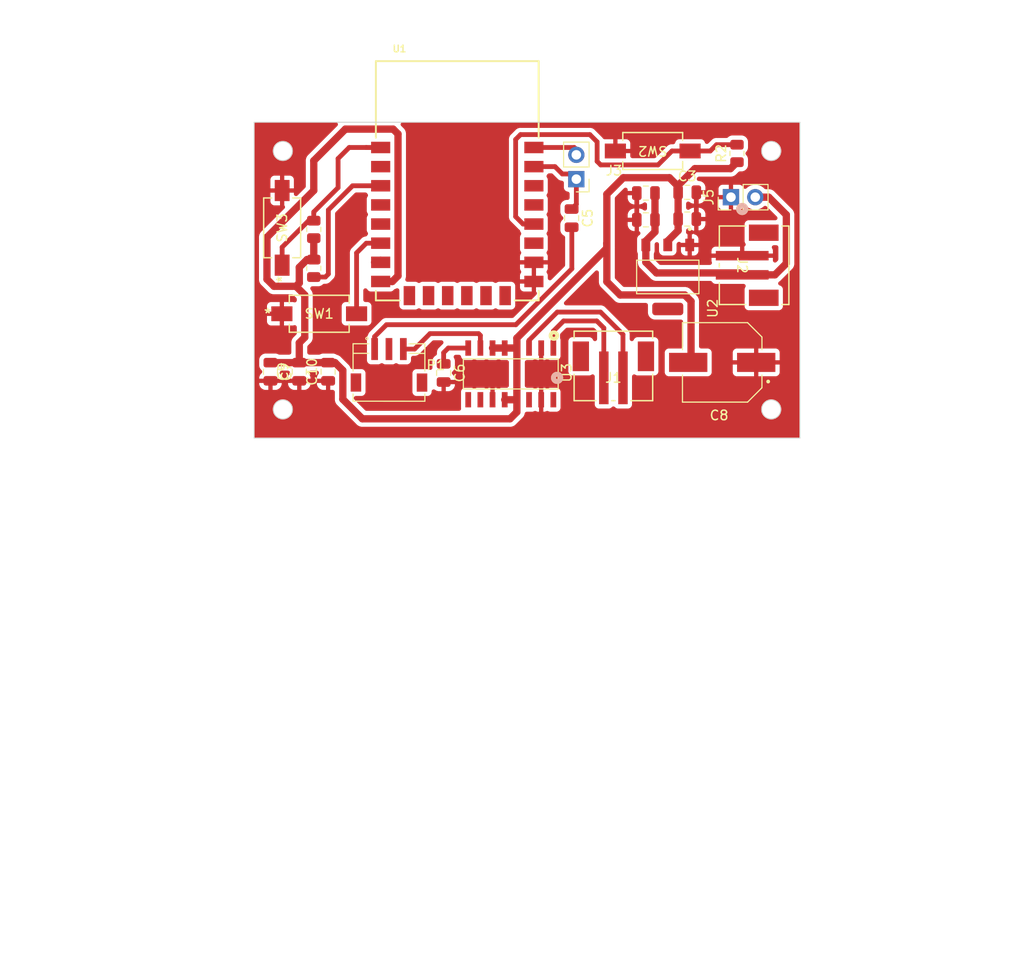
<source format=kicad_pcb>
(kicad_pcb (version 20221018) (generator pcbnew)
  (layers (0 "F.Cu" signal) (31 "B.Cu" signal) (34 "B.Paste" user) (35 "F.Paste" user) (36 "B.SilkS" user "B.Silkscreen") (37 "F.SilkS" user "F.Silkscreen") (38 "B.Mask" user) (39 "F.Mask" user) (44 "Edge.Cuts" user))
  (net 0 "")
  (net 1 "GND")
  (net 2 "VCC")
  (net 3 "/INL")
  (net 4 "Net-(J3-Pin_2)")
  (net 5 "/boot")
  (net 6 "Net-(U1-EN)")
  (net 14 "/VIN")
  (net 15 "Net-(C5-Pad2)")
  (net 16 "/RST")
  (net 17 "Net-(U3-VREF)")
  (net 18 "Net-(U3-+OUT_L)")
  (net 19 "Net-(U3--OUT_L)")
  (net 21 "Net-(U3-INL)")
  (net 27 "unconnected-(U1-GPIO13-Pad7)")
  (net 28 "unconnected-(U1-GPIO4-Pad19)")
  (net 30 "Net-(U1-GPIO12)")
  (footprint "Capacitor_SMD:C_0805_2012Metric" (layer "F.Cu") (at 44.7166 51.0642 90)
    (fp_text reference "C9" (at 0 -1.68 90) (layer "F.SilkS"))
    (fp_text value "1u")
    (fp_line (start -0.261252 -0.735) (end 0.261252 -0.735) (stroke (width 0.12)) (layer "F.SilkS"))
    (fp_line (start -0.261252 0.735) (end 0.261252 0.735) (stroke (width 0.12)) (layer "F.SilkS"))
    (pad "1" smd roundrect (at -0.95 0 90) (size 1 1.45) (layers "F.Cu" "F.Paste" "F.Mask") (net 1 "GND"))
    (pad "2" smd roundrect (at 0.95 0 90) (size 1 1.45) (layers "F.Cu" "F.Paste" "F.Mask") (net 2 "VCC"))
  )
  (footprint "esp_lib:JST_S3B-ZR-SM4A-TF" (layer "F.Cu") (at 54.831 48.697 180)
    (fp_text reference "P1" (at -4.141805 -1.677755) (layer "F.SilkS") (effects (font (size 1.001646 1.001646))))
    (fp_text value "S3B-ZR-SM4A-TF")
    (fp_line (start -3 -5.45) (end 4.4986 -5.44492) (stroke (width 0.127)) (layer "F.SilkS"))
    (fp_line (start -3 -4.7) (end -3 -5.45) (stroke (width 0.127)) (layer "F.SilkS"))
    (fp_line (start -3 -0.45) (end -3 -2.3) (stroke (width 0.127)) (layer "F.SilkS"))
    (fp_line (start -3 -0.45) (end -1.35 -0.45) (stroke (width 0.127)) (layer "F.SilkS"))
    (fp_line (start -3 0.55) (end -3 -0.45) (stroke (width 0.127)) (layer "F.SilkS"))
    (fp_line (start -1.35 0.55) (end -3 0.55) (stroke (width 0.127)) (layer "F.SilkS"))
    (fp_line (start 2.8486 -0.444922) (end 4.4986 -0.444922) (stroke (width 0.127)) (layer "F.SilkS"))
    (fp_line (start 4.4986 -5.44492) (end 4.4986 -4.69492) (stroke (width 0.127)) (layer "F.SilkS"))
    (fp_line (start 4.4986 -2.29492) (end 4.4986 -0.444922) (stroke (width 0.127)) (layer "F.SilkS"))
    (fp_line (start 4.4986 -0.444922) (end 4.4986 0.555078) (stroke (width 0.127)) (layer "F.SilkS"))
    (fp_line (start 4.4986 0.555078) (end 2.8486 0.555078) (stroke (width 0.127)) (layer "F.SilkS"))
    (fp_circle (center 3.0486 1.10508) (end 3.1756 1.10508) (stroke (width 0.1)) (fill none) (layer "F.SilkS"))
    (pad "1" smd rect (at 2.2486 0.005078 180) (size 0.7 2.3) (layers "F.Cu" "F.Paste" "F.Mask") (net 15 "Net-(C5-Pad2)"))
    (pad "2" smd rect (at 0.75 0 180) (size 0.7 2.3) (layers "F.Cu" "F.Paste" "F.Mask"))
    (pad "3" smd rect (at -0.75 0 180) (size 0.7 2.3) (layers "F.Cu" "F.Paste" "F.Mask") (net 21 "Net-(U3-INL)"))
    (pad "P1" smd rect (at 4.1986 -3.49492 180) (size 1.1 1.9) (layers "F.Cu" "F.Paste" "F.Mask"))
    (pad "P2" smd rect (at -2.7 -3.5 180) (size 1.1 1.9) (layers "F.Cu" "F.Paste" "F.Mask"))
  )
  (footprint "Capacitor_SMD:C_0805_2012Metric" (layer "F.Cu") (at 80.9098 32.4015)
    (fp_text reference "C2" hide)
    (fp_text value "C")
    (fp_line (start -0.261252 -0.735) (end 0.261252 -0.735) (stroke (width 0.12)) (layer "F.SilkS"))
    (fp_line (start -0.261252 0.735) (end 0.261252 0.735) (stroke (width 0.12)) (layer "F.SilkS"))
    (pad "1" smd roundrect (at -0.95 0) (size 1 1.45) (layers "F.Cu" "F.Paste" "F.Mask") (net 1 "GND"))
    (pad "2" smd roundrect (at 0.95 0) (size 1 1.45) (layers "F.Cu" "F.Paste" "F.Mask") (net 14 "/VIN"))
  )
  (footprint "esp_lib:CAP_EEEFP1C471AL" (layer "F.Cu") (at 88.8806 50.0888 180)
    (fp_text reference "C8" (at 0.325 -5.535) (layer "F.SilkS"))
    (fp_text value "470u")
    (fp_line (start -4.15 -2.65) (end -4.15 -1.32) (stroke (width 0.127)) (layer "F.SilkS"))
    (fp_line (start -4.15 1.32) (end -4.15 2.65) (stroke (width 0.127)) (layer "F.SilkS"))
    (fp_line (start -4.15 2.65) (end -2.65 4.15) (stroke (width 0.127)) (layer "F.SilkS"))
    (fp_line (start -2.65 -4.15) (end -4.15 -2.65) (stroke (width 0.127)) (layer "F.SilkS"))
    (fp_line (start -2.65 4.15) (end 4.15 4.15) (stroke (width 0.127)) (layer "F.SilkS"))
    (fp_line (start 4.15 -4.15) (end -2.65 -4.15) (stroke (width 0.127)) (layer "F.SilkS"))
    (fp_line (start 4.15 -1.32) (end 4.15 -4.15) (stroke (width 0.127)) (layer "F.SilkS"))
    (fp_line (start 4.15 4.15) (end 4.15 1.32) (stroke (width 0.127)) (layer "F.SilkS"))
    (fp_circle (center -4.8 -2) (end -4.7 -2) (stroke (width 0.2)) (fill none) (layer "F.SilkS"))
    (pad "1" smd rect (at -3.55 0 180) (size 4 2) (layers "F.Cu" "F.Paste" "F.Mask") (net 1 "GND"))
    (pad "2" smd rect (at 3.55 0 180) (size 4 2) (layers "F.Cu" "F.Paste" "F.Mask") (net 2 "VCC"))
  )
  (footprint "esp_lib:ESP-12F" (layer "F.Cu") (at 61.214 31.115)
    (fp_text reference "U1" (at -6.03654 -13.788698) (layer "F.SilkS") (effects (font (size 0.700469 0.700469))))
    (fp_text value "ESP-12F")
    (fp_line (start -8.5 -12.5) (end -8.5 -4.5) (stroke (width 0.2)) (layer "F.SilkS"))
    (fp_line (start -8.5 -12.5) (end 8.5 -12.5) (stroke (width 0.2)) (layer "F.SilkS"))
    (fp_line (start -8.5 11.5) (end -8.5 12.5) (stroke (width 0.2)) (layer "F.SilkS"))
    (fp_line (start -8.5 12.5) (end -6 12.5) (stroke (width 0.2)) (layer "F.SilkS"))
    (fp_line (start 8.5 -12.5) (end 8.5 -4.5) (stroke (width 0.2)) (layer "F.SilkS"))
    (fp_line (start 8.5 12.5) (end 6 12.5) (stroke (width 0.2)) (layer "F.SilkS"))
    (fp_line (start 8.5 12.5) (end 8.5 11.5) (stroke (width 0.2)) (layer "F.SilkS"))
    (pad "1" smd rect (at -8 -3.48) (size 2 1.2) (layers "F.Cu" "F.Paste" "F.Mask") (net 16 "/RST"))
    (pad "2" smd rect (at -8 -1.48) (size 2 1.2) (layers "F.Cu" "F.Paste" "F.Mask"))
    (pad "3" smd rect (at -8 0.52) (size 2 1.2) (layers "F.Cu" "F.Paste" "F.Mask") (net 6 "Net-(U1-EN)"))
    (pad "4" smd rect (at -8 2.52) (size 2 1.2) (layers "F.Cu" "F.Paste" "F.Mask"))
    (pad "5" smd rect (at -8 4.52) (size 2 1.2) (layers "F.Cu" "F.Paste" "F.Mask"))
    (pad "6" smd rect (at -8 6.52) (size 2 1.2) (layers "F.Cu" "F.Paste" "F.Mask") (net 30 "Net-(U1-GPIO12)"))
    (pad "7" smd rect (at -8 8.52) (size 2 1.2) (layers "F.Cu" "F.Paste" "F.Mask") (net 27 "unconnected-(U1-GPIO13-Pad7)"))
    (pad "8" smd rect (at -8 10.52) (size 2 1.2) (layers "F.Cu" "F.Paste" "F.Mask") (net 2 "VCC"))
    (pad "9" smd rect (at -5 12 90) (size 2 1.2) (layers "F.Cu" "F.Paste" "F.Mask"))
    (pad "10" smd rect (at -3 12 90) (size 2 1.2) (layers "F.Cu" "F.Paste" "F.Mask"))
    (pad "11" smd rect (at -1 12 90) (size 2 1.2) (layers "F.Cu" "F.Paste" "F.Mask"))
    (pad "12" smd rect (at 1 12 90) (size 2 1.2) (layers "F.Cu" "F.Paste" "F.Mask"))
    (pad "13" smd rect (at 3 12 90) (size 2 1.2) (layers "F.Cu" "F.Paste" "F.Mask"))
    (pad "14" smd rect (at 5 12 90) (size 2 1.2) (layers "F.Cu" "F.Paste" "F.Mask"))
    (pad "15" smd rect (at 8 10.52) (size 2 1.2) (layers "F.Cu" "F.Paste" "F.Mask") (net 1 "GND"))
    (pad "16" smd rect (at 8 8.52) (size 2 1.2) (layers "F.Cu" "F.Paste" "F.Mask") (net 1 "GND"))
    (pad "17" smd rect (at 8 6.52) (size 2 1.2) (layers "F.Cu" "F.Paste" "F.Mask"))
    (pad "18" smd rect (at 8 4.52) (size 2 1.2) (layers "F.Cu" "F.Paste" "F.Mask") (net 5 "/boot"))
    (pad "19" smd rect (at 8 2.52) (size 2 1.2) (layers "F.Cu" "F.Paste" "F.Mask") (net 28 "unconnected-(U1-GPIO4-Pad19)"))
    (pad "20" smd rect (at 8 0.52) (size 2 1.2) (layers "F.Cu" "F.Paste" "F.Mask"))
    (pad "21" smd rect (at 8 -1.48) (size 2 1.2) (layers "F.Cu" "F.Paste" "F.Mask") (net 3 "/INL"))
    (pad "22" smd rect (at 8 -3.48) (size 2 1.2) (layers "F.Cu" "F.Paste" "F.Mask") (net 4 "Net-(J3-Pin_2)"))
  )
  (footprint "esp_lib:PAM8403" (layer "F.Cu") (at 66.802 51.2902 -90)
    (fp_text reference "U3" (at -0.12511 -5.83978 90) (layer "F.SilkS") (effects (font (size 1.000819 1.000819))))
    (fp_text value "PAM8403DR")
    (fp_line (start -1.575 -4.95) (end -1.575 4.95) (stroke (width 0.127)) (layer "F.SilkS"))
    (fp_line (start -1.575 4.95) (end 1.575 4.95) (stroke (width 0.127)) (layer "F.SilkS"))
    (fp_line (start 1.575 -4.95) (end -1.575 -4.95) (stroke (width 0.127)) (layer "F.SilkS"))
    (fp_line (start 1.575 4.95) (end 1.575 -4.95) (stroke (width 0.127)) (layer "F.SilkS"))
    (fp_circle (center -4 -4.5) (end -3.858581 -4.5) (stroke (width 0.4064)) (fill none) (layer "F.SilkS"))
    (pad "1" smd rect (at -2.7 -4.445 270) (size 1.6 0.6) (layers "F.Cu" "F.Paste" "F.Mask") (net 18 "Net-(U3-+OUT_L)"))
    (pad "2" smd rect (at -2.7 -3.175 270) (size 1.6 0.6) (layers "F.Cu" "F.Paste" "F.Mask") (net 1 "GND"))
    (pad "3" smd rect (at -2.7 -1.905 270) (size 1.6 0.6) (layers "F.Cu" "F.Paste" "F.Mask") (net 19 "Net-(U3--OUT_L)"))
    (pad "4" smd rect (at -2.7 -0.635 270) (size 1.6 0.6) (layers "F.Cu" "F.Paste" "F.Mask") (net 2 "VCC"))
    (pad "5" smd rect (at -2.7 0.635 270) (size 1.6 0.6) (layers "F.Cu" "F.Paste" "F.Mask") (net 2 "VCC"))
    (pad "6" smd rect (at -2.7 1.905 270) (size 1.6 0.6) (layers "F.Cu" "F.Paste" "F.Mask") (net 2 "VCC"))
    (pad "7" smd rect (at -2.7 3.175 270) (size 1.6 0.6) (layers "F.Cu" "F.Paste" "F.Mask") (net 21 "Net-(U3-INL)"))
    (pad "8" smd rect (at -2.7 4.445 270) (size 1.6 0.6) (layers "F.Cu" "F.Paste" "F.Mask") (net 17 "Net-(U3-VREF)"))
    (pad "9" smd rect (at 2.7 4.445 270) (size 1.6 0.6) (layers "F.Cu" "F.Paste" "F.Mask"))
    (pad "10" smd rect (at 2.7 3.175 270) (size 1.6 0.6) (layers "F.Cu" "F.Paste" "F.Mask"))
    (pad "11" smd rect (at 2.7 1.905 270) (size 1.6 0.6) (layers "F.Cu" "F.Paste" "F.Mask") (net 1 "GND"))
    (pad "12" smd rect (at 2.7 0.635 270) (size 1.6 0.6) (layers "F.Cu" "F.Paste" "F.Mask") (net 2 "VCC"))
    (pad "13" smd rect (at 2.7 -0.635 270) (size 1.6 0.6) (layers "F.Cu" "F.Paste" "F.Mask") (net 2 "VCC"))
    (pad "14" smd rect (at 2.7 -1.905 270) (size 1.6 0.6) (layers "F.Cu" "F.Paste" "F.Mask"))
    (pad "15" smd rect (at 2.7 -3.175 270) (size 1.6 0.6) (layers "F.Cu" "F.Paste" "F.Mask") (net 1 "GND"))
    (pad "16" smd rect (at 2.7 -4.445 270) (size 1.6 0.6) (layers "F.Cu" "F.Paste" "F.Mask"))
  )
  (footprint "esp_lib:RS-282G05A3-SM RT_CNK" (layer "F.Cu") (at 42.926 36.031698 90)
    (fp_text reference "SW3" (at 0 0 90 unlocked) (layer "F.SilkS"))
    (fp_text value "RS-282G05A3-SM RT")
    (fp_text user "*" (at -5.3866 0 90 unlocked) (layer "F.SilkS"))
    (fp_text user "*" (at -5.3866 0 90) (layer "F.SilkS"))
    (fp_line (start -3.1242 -1.9304) (end -3.1242 -1.10744) (stroke (width 0.1524)) (layer "F.SilkS"))
    (fp_line (start -3.1242 1.10744) (end -3.1242 1.9304) (stroke (width 0.1524)) (layer "F.SilkS"))
    (fp_line (start -3.1242 1.9304) (end 3.1242 1.9304) (stroke (width 0.1524)) (layer "F.SilkS"))
    (fp_line (start 3.1242 -1.9304) (end -3.1242 -1.9304) (stroke (width 0.1524)) (layer "F.SilkS"))
    (fp_line (start 3.1242 -1.10744) (end 3.1242 -1.9304) (stroke (width 0.1524)) (layer "F.SilkS"))
    (fp_line (start 3.1242 1.9304) (end 3.1242 1.10744) (stroke (width 0.1524)) (layer "F.SilkS"))
    (pad "1" smd rect (at -3.900698 0 90) (size 2.2098 1.5494) (layers "F.Cu" "F.Paste" "F.Mask") (net 16 "/RST"))
    (pad "2" smd rect (at 3.900698 0 90) (size 2.2098 1.5494) (layers "F.Cu" "F.Paste" "F.Mask") (net 1 "GND"))
  )
  (footprint "Resistor_SMD:R_0805_2012Metric" (layer "F.Cu") (at 90.424 28.256 90)
    (fp_text reference "R2" (at 0 -1.65 90) (layer "F.SilkS"))
    (fp_text value "R")
    (fp_line (start -0.227064 -0.735) (end 0.227064 -0.735) (stroke (width 0.12)) (layer "F.SilkS"))
    (fp_line (start -0.227064 0.735) (end 0.227064 0.735) (stroke (width 0.12)) (layer "F.SilkS"))
    (pad "1" smd roundrect (at -0.9125 0 90) (size 1.025 1.4) (layers "F.Cu" "F.Paste" "F.Mask") (roundrect_rratio 0.243902439) (net 2 "VCC"))
    (pad "2" smd roundrect (at 0.9125 0 90) (size 1.025 1.4) (layers "F.Cu" "F.Paste" "F.Mask") (roundrect_rratio 0.243902439) (net 5 "/boot"))
  )
  (footprint "Capacitor_SMD:C_0805_2012Metric" (layer "F.Cu") (at 41.7066 51.0642 -90)
    (fp_text reference "C7" (at 0 -1.68 90) (layer "F.SilkS"))
    (fp_text value "1u")
    (fp_line (start -0.261252 -0.735) (end 0.261252 -0.735) (stroke (width 0.12)) (layer "F.SilkS"))
    (fp_line (start -0.261252 0.735) (end 0.261252 0.735) (stroke (width 0.12)) (layer "F.SilkS"))
    (pad "1" smd roundrect (at -0.95 0 270) (size 1 1.45) (layers "F.Cu" "F.Paste" "F.Mask") (net 2 "VCC"))
    (pad "2" smd roundrect (at 0.95 0 270) (size 1 1.45) (layers "F.Cu" "F.Paste" "F.Mask") (net 1 "GND"))
  )
  (footprint "Connector_PinHeader_2.54mm:PinHeader_1x02_P2.54mm_Vertical" (layer "F.Cu") (at 89.7948 32.828 90)
    (fp_text reference "J5" (at 0 -2.33 90) (layer "F.SilkS"))
    (fp_text value "Conn_01x02_Pin")
    (fp_line (start -1.33 -1.33) (end 0 -1.33) (stroke (width 0.12)) (layer "F.SilkS"))
    (fp_line (start -1.33 0) (end -1.33 -1.33) (stroke (width 0.12)) (layer "F.SilkS"))
    (fp_line (start -1.33 1.27) (end -1.33 3.87) (stroke (width 0.12)) (layer "F.SilkS"))
    (fp_line (start -1.33 1.27) (end 1.33 1.27) (stroke (width 0.12)) (layer "F.SilkS"))
    (fp_line (start -1.33 3.87) (end 1.33 3.87) (stroke (width 0.12)) (layer "F.SilkS"))
    (fp_line (start 1.33 1.27) (end 1.33 3.87) (stroke (width 0.12)) (layer "F.SilkS"))
    (pad "1" thru_hole rect (at 0 0 90) (size 1.7 1.7) (drill 1) (layers "*.Cu" "*.Mask") (net 1 "GND"))
    (pad "2" thru_hole oval (at 0 2.54 90) (size 1.7 1.7) (drill 1) (layers "*.Cu" "*.Mask") (net 14 "/VIN"))
  )
  (footprint "Resistor_SMD:R_0805_2012Metric" (layer "F.Cu") (at 46.228 36.195 -90)
    (fp_text reference "R1" hide)
    (fp_text value "R" hide)
    (fp_line (start -0.227064 -0.735) (end 0.227064 -0.735) (stroke (width 0.12)) (layer "F.SilkS"))
    (fp_line (start -0.227064 0.735) (end 0.227064 0.735) (stroke (width 0.12)) (layer "F.SilkS"))
    (pad "1" smd roundrect (at -0.9125 0 270) (size 1.025 1.4) (layers "F.Cu" "F.Paste" "F.Mask") (roundrect_rratio 0.243902439) (net 16 "/RST"))
    (pad "2" smd roundrect (at 0.9125 0 270) (size 1.025 1.4) (layers "F.Cu" "F.Paste" "F.Mask") (roundrect_rratio 0.243902439) (net 2 "VCC"))
  )
  (footprint "Capacitor_SMD:C_0805_2012Metric" (layer "F.Cu") (at 85.2278 32.32)
    (fp_text reference "C3" (at 0 -1.68) (layer "F.SilkS"))
    (fp_text value "C")
    (fp_line (start -0.261252 -0.735) (end 0.261252 -0.735) (stroke (width 0.12)) (layer "F.SilkS"))
    (fp_line (start -0.261252 0.735) (end 0.261252 0.735) (stroke (width 0.12)) (layer "F.SilkS"))
    (pad "1" smd roundrect (at -0.95 0) (size 1 1.45) (layers "F.Cu" "F.Paste" "F.Mask") (net 2 "VCC"))
    (pad "2" smd roundrect (at 0.95 0) (size 1 1.45) (layers "F.Cu" "F.Paste" "F.Mask") (net 1 "GND"))
  )
  (footprint "esp_lib:SOT229P700X180-4N" (layer "F.Cu") (at 83.1958 41.1645 -90)
    (fp_text reference "U2" (at 3.2755 -4.695 90) (layer "F.SilkS"))
    (fp_text value "AMS1117-3.3" hide)
    (fp_line (start -1.7525 -3.2525) (end 1.7525 -3.2525) (stroke (width 0.127)) (layer "F.SilkS"))
    (fp_line (start -1.7525 3.2525) (end -1.7525 -3.2525) (stroke (width 0.127)) (layer "F.SilkS"))
    (fp_line (start 1.7525 -3.2525) (end 1.7525 3.2525) (stroke (width 0.127)) (layer "F.SilkS"))
    (fp_line (start 1.7525 3.2525) (end -1.7525 3.2525) (stroke (width 0.127)) (layer "F.SilkS"))
    (fp_circle (center -5 -2.29) (end -4.9 -2.29) (stroke (width 0.2)) (fill none) (layer "F.SilkS"))
    (pad "1" smd roundrect (at -3.345 -2.29 270) (size 1.31 0.93) (layers "F.Cu" "F.Paste" "F.Mask") (roundrect_rratio 0.07) (net 1 "GND"))
    (pad "2" smd roundrect (at -3.345 0 270) (size 1.31 0.93) (layers "F.Cu" "F.Paste" "F.Mask") (roundrect_rratio 0.07) (net 2 "VCC"))
    (pad "3" smd roundrect (at -3.345 2.29 270) (size 1.31 0.93) (layers "F.Cu" "F.Paste" "F.Mask") (roundrect_rratio 0.07) (net 14 "/VIN"))
    (pad "4" smd roundrect (at 3.345 0 270) (size 1.31 3.24) (layers "F.Cu" "F.Paste" "F.Mask") (roundrect_rratio 0.24))
  )
  (footprint "esp_lib:RS-282G05A3-SM RT_CNK" (layer "F.Cu") (at 46.797702 45.0088)
    (fp_text reference "SW1" (at 0 0 unlocked) (layer "F.SilkS"))
    (fp_text value "RS-282G05A3-SM RT")
    (fp_text user "*" (at -5.3866 0 unlocked) (layer "F.SilkS"))
    (fp_text user "*" (at -5.3866 0) (layer "F.SilkS"))
    (fp_line (start -3.1242 -1.9304) (end -3.1242 -1.10744) (stroke (width 0.1524)) (layer "F.SilkS"))
    (fp_line (start -3.1242 1.10744) (end -3.1242 1.9304) (stroke (width 0.1524)) (layer "F.SilkS"))
    (fp_line (start -3.1242 1.9304) (end 3.1242 1.9304) (stroke (width 0.1524)) (layer "F.SilkS"))
    (fp_line (start 3.1242 -1.9304) (end -3.1242 -1.9304) (stroke (width 0.1524)) (layer "F.SilkS"))
    (fp_line (start 3.1242 -1.10744) (end 3.1242 -1.9304) (stroke (width 0.1524)) (layer "F.SilkS"))
    (fp_line (start 3.1242 1.9304) (end 3.1242 1.10744) (stroke (width 0.1524)) (layer "F.SilkS"))
    (pad "1" smd rect (at -3.900698 0) (size 2.2098 1.5494) (layers "F.Cu" "F.Paste" "F.Mask") (net 1 "GND"))
    (pad "2" smd rect (at 3.900698 0) (size 2.2098 1.5494) (layers "F.Cu" "F.Paste" "F.Mask") (net 30 "Net-(U1-GPIO12)"))
  )
  (footprint "Capacitor_SMD:C_0805_2012Metric" (layer "F.Cu") (at 59.7916 51.1912 -90)
    (fp_text reference "C6" (at 0 -1.68 90) (layer "F.SilkS"))
    (fp_text value "0.1u")
    (fp_line (start -0.261252 -0.735) (end 0.261252 -0.735) (stroke (width 0.12)) (layer "F.SilkS"))
    (fp_line (start -0.261252 0.735) (end 0.261252 0.735) (stroke (width 0.12)) (layer "F.SilkS"))
    (pad "1" smd roundrect (at -0.95 0 270) (size 1 1.45) (layers "F.Cu" "F.Paste" "F.Mask") (net 17 "Net-(U3-VREF)"))
    (pad "2" smd roundrect (at 0.95 0 270) (size 1 1.45) (layers "F.Cu" "F.Paste" "F.Mask") (net 1 "GND"))
  )
  (footprint "Capacitor_SMD:C_0805_2012Metric" (layer "F.Cu") (at 47.7266 51.0642 90)
    (fp_text reference "C10" (at 0 -1.68 90) (layer "F.SilkS"))
    (fp_text value "1u")
    (fp_line (start -0.261252 -0.735) (end 0.261252 -0.735) (stroke (width 0.12)) (layer "F.SilkS"))
    (fp_line (start -0.261252 0.735) (end 0.261252 0.735) (stroke (width 0.12)) (layer "F.SilkS"))
    (pad "1" smd roundrect (at -0.95 0 90) (size 1 1.45) (layers "F.Cu" "F.Paste" "F.Mask") (net 1 "GND"))
    (pad "2" smd roundrect (at 0.95 0 90) (size 1 1.45) (layers "F.Cu" "F.Paste" "F.Mask") (net 2 "VCC"))
  )
  (footprint "Capacitor_SMD:C_0805_2012Metric" (layer "F.Cu") (at 73.152 35.0164 -90)
    (fp_text reference "C5" (at 0 -1.68 90) (layer "F.SilkS"))
    (fp_text value "0.47u")
    (fp_line (start -0.261252 -0.735) (end 0.261252 -0.735) (stroke (width 0.12)) (layer "F.SilkS"))
    (fp_line (start -0.261252 0.735) (end 0.261252 0.735) (stroke (width 0.12)) (layer "F.SilkS"))
    (pad "1" smd roundrect (at -0.95 0 270) (size 1 1.45) (layers "F.Cu" "F.Paste" "F.Mask") (net 3 "/INL"))
    (pad "2" smd roundrect (at 0.95 0 270) (size 1 1.45) (layers "F.Cu" "F.Paste" "F.Mask") (net 15 "Net-(C5-Pad2)"))
  )
  (footprint "Capacitor_SMD:C_0805_2012Metric" (layer "F.Cu") (at 85.2278 35.114)
    (fp_text reference "C4" hide)
    (fp_text value "C")
    (fp_line (start -0.261252 -0.735) (end 0.261252 -0.735) (stroke (width 0.12)) (layer "F.SilkS"))
    (fp_line (start -0.261252 0.735) (end 0.261252 0.735) (stroke (width 0.12)) (layer "F.SilkS"))
    (pad "1" smd roundrect (at -0.95 0) (size 1 1.45) (layers "F.Cu" "F.Paste" "F.Mask") (net 2 "VCC"))
    (pad "2" smd roundrect (at 0.95 0) (size 1 1.45) (layers "F.Cu" "F.Paste" "F.Mask") (net 1 "GND"))
  )
  (footprint "esp_lib:B2B-PH-SM4-TBLFSN_JST" (layer "F.Cu") (at 92.2128 39.94 -90)
    (fp_text reference "J2" (at 0 1.244801 -90 unlocked) (layer "F.SilkS"))
    (fp_text value "B2B-PH-SM4-TBLFSN")
    (fp_circle (center -5.8801 1.244801) (end -5.4991 1.244801) (stroke (width 0.508)) (fill none) (layer "B.SilkS"))
    (fp_line (start -4.1021 -3.6322) (end -4.1021 -2.88734) (stroke (width 0.1524)) (layer "F.SilkS"))
    (fp_line (start -4.1021 0.87694) (end -4.1021 3.6322) (stroke (width 0.1524)) (layer "F.SilkS"))
    (fp_line (start -4.1021 3.6322) (end -1.828041 3.6322) (stroke (width 0.1524)) (layer "F.SilkS"))
    (fp_line (start -0.171961 3.6322) (end 0.171961 3.6322) (stroke (width 0.1524)) (layer "F.SilkS"))
    (fp_line (start 1.828041 3.6322) (end 4.1021 3.6322) (stroke (width 0.1524)) (layer "F.SilkS"))
    (fp_line (start 4.1021 -3.6322) (end -4.1021 -3.6322) (stroke (width 0.1524)) (layer "F.SilkS"))
    (fp_line (start 4.1021 -2.88734) (end 4.1021 -3.6322) (stroke (width 0.1524)) (layer "F.SilkS"))
    (fp_line (start 4.1021 3.6322) (end 4.1021 0.87694) (stroke (width 0.1524)) (layer "F.SilkS"))
    (fp_circle (center -5.8801 1.244801) (end -5.4991 1.244801) (stroke (width 0.508)) (fill none) (layer "F.SilkS"))
    (pad "1" smd rect (at -1.000001 1.244801 270) (size 0.9906 5.5118) (layers "F.Cu" "F.Paste" "F.Mask") (net 1 "GND"))
    (pad "2" smd rect (at 1.000001 1.244801 270) (size 0.9906 5.5118) (layers "F.Cu" "F.Paste" "F.Mask") (net 14 "/VIN"))
    (pad "3" smd rect (at -3.399998 -1.0052) (size 3.0988 1.7018) (layers "F.Cu" "F.Paste" "F.Mask"))
    (pad "4" smd rect (at 3.399998 -1.0052) (size 3.0988 1.7018) (layers "F.Cu" "F.Paste" "F.Mask"))
  )
  (footprint "Capacitor_SMD:C_0805_2012Metric" (layer "F.Cu") (at 80.9098 35.1955)
    (fp_text reference "C1" hide)
    (fp_text value "C")
    (fp_line (start -0.261252 -0.735) (end 0.261252 -0.735) (stroke (width 0.12)) (layer "F.SilkS"))
    (fp_line (start -0.261252 0.735) (end 0.261252 0.735) (stroke (width 0.12)) (layer "F.SilkS"))
    (pad "1" smd roundrect (at -0.95 0) (size 1 1.45) (layers "F.Cu" "F.Paste" "F.Mask") (net 1 "GND"))
    (pad "2" smd roundrect (at 0.95 0) (size 1 1.45) (layers "F.Cu" "F.Paste" "F.Mask") (net 14 "/VIN"))
  )
  (footprint "esp_lib:B2B-PH-SM4-TBLFSN_JST" (layer "F.Cu") (at 77.517198 50.459)
    (fp_text reference "J1" (at 0 1.244801 unlocked) (layer "F.SilkS"))
    (fp_text value "B2B-PH-SM4-TBLFSN")
    (fp_circle (center -5.8801 1.244801) (end -5.4991 1.244801) (stroke (width 0.508)) (fill none) (layer "B.SilkS"))
    (fp_line (start -4.1021 -3.6322) (end -4.1021 -2.88734) (stroke (width 0.1524)) (layer "F.SilkS"))
    (fp_line (start -4.1021 0.87694) (end -4.1021 3.6322) (stroke (width 0.1524)) (layer "F.SilkS"))
    (fp_line (start -4.1021 3.6322) (end -1.828041 3.6322) (stroke (width 0.1524)) (layer "F.SilkS"))
    (fp_line (start -0.171961 3.6322) (end 0.171961 3.6322) (stroke (width 0.1524)) (layer "F.SilkS"))
    (fp_line (start 1.828041 3.6322) (end 4.1021 3.6322) (stroke (width 0.1524)) (layer "F.SilkS"))
    (fp_line (start 4.1021 -3.6322) (end -4.1021 -3.6322) (stroke (width 0.1524)) (layer "F.SilkS"))
    (fp_line (start 4.1021 -2.88734) (end 4.1021 -3.6322) (stroke (width 0.1524)) (layer "F.SilkS"))
    (fp_line (start 4.1021 3.6322) (end 4.1021 0.87694) (stroke (width 0.1524)) (layer "F.SilkS"))
    (fp_circle (center -5.8801 1.244801) (end -5.4991 1.244801) (stroke (width 0.508)) (fill none) (layer "F.SilkS"))
    (pad "1" smd rect (at -1.000001 1.244801) (size 0.9906 5.5118) (layers "F.Cu" "F.Paste" "F.Mask") (net 18 "Net-(U3-+OUT_L)"))
    (pad "2" smd rect (at 1.000001 1.244801) (size 0.9906 5.5118) (layers "F.Cu" "F.Paste" "F.Mask") (net 19 "Net-(U3--OUT_L)"))
    (pad "3" smd rect (at -3.399998 -1.0052 90) (size 3.0988 1.7018) (layers "F.Cu" "F.Paste" "F.Mask"))
    (pad "4" smd rect (at 3.399998 -1.0052 90) (size 3.0988 1.7018) (layers "F.Cu" "F.Paste" "F.Mask"))
  )
  (footprint "Resistor_SMD:R_0805_2012Metric" (layer "F.Cu") (at 46.228 40.259 90)
    (fp_text reference "R4" hide)
    (fp_text value "R" hide)
    (fp_line (start -0.227064 -0.735) (end 0.227064 -0.735) (stroke (width 0.12)) (layer "F.SilkS"))
    (fp_line (start -0.227064 0.735) (end 0.227064 0.735) (stroke (width 0.12)) (layer "F.SilkS"))
    (pad "1" smd roundrect (at -0.9125 0 90) (size 1.025 1.4) (layers "F.Cu" "F.Paste" "F.Mask") (roundrect_rratio 0.243902439) (net 6 "Net-(U1-EN)"))
    (pad "2" smd roundrect (at 0.9125 0 90) (size 1.025 1.4) (layers "F.Cu" "F.Paste" "F.Mask") (roundrect_rratio 0.243902439) (net 2 "VCC"))
  )
  (footprint "esp_lib:RS-282G05A3-SM RT_CNK" (layer "F.Cu") (at 81.624698 28.002 180)
    (fp_text reference "SW2" (at 0 0 180 unlocked) (layer "F.SilkS"))
    (fp_text value "RS-282G05A3-SM RT")
    (fp_line (start -3.1242 -1.9304) (end -3.1242 -1.10744) (stroke (width 0.1524)) (layer "F.SilkS"))
    (fp_line (start -3.1242 1.10744) (end -3.1242 1.9304) (stroke (width 0.1524)) (layer "F.SilkS"))
    (fp_line (start -3.1242 1.9304) (end 3.1242 1.9304) (stroke (width 0.1524)) (layer "F.SilkS"))
    (fp_line (start 3.1242 -1.9304) (end -3.1242 -1.9304) (stroke (width 0.1524)) (layer "F.SilkS"))
    (fp_line (start 3.1242 -1.10744) (end 3.1242 -1.9304) (stroke (width 0.1524)) (layer "F.SilkS"))
    (fp_line (start 3.1242 1.9304) (end 3.1242 1.10744) (stroke (width 0.1524)) (layer "F.SilkS"))
    (pad "1" smd rect (at -3.900698 0 180) (size 2.2098 1.5494) (layers "F.Cu" "F.Paste" "F.Mask") (net 5 "/boot"))
    (pad "2" smd rect (at 3.900698 0 180) (size 2.2098 1.5494) (layers "F.Cu" "F.Paste" "F.Mask") (net 1 "GND"))
  )
  (footprint "Connector_PinHeader_2.54mm:PinHeader_1x02_P2.54mm_Vertical" (layer "F.Cu") (at 73.647968 30.944 180)
    (fp_text reference "J3" (at -3.937 0.889 180) (layer "F.SilkS"))
    (fp_text value "Conn_01x02_Pin" hide)
    (fp_line (start -1.33 -1.33) (end 0 -1.33) (stroke (width 0.12)) (layer "F.SilkS"))
    (fp_line (start -1.33 0) (end -1.33 -1.33) (stroke (width 0.12)) (layer "F.SilkS"))
    (fp_line (start -1.33 1.27) (end -1.33 3.87) (stroke (width 0.12)) (layer "F.SilkS"))
    (fp_line (start -1.33 1.27) (end 1.33 1.27) (stroke (width 0.12)) (layer "F.SilkS"))
    (fp_line (start -1.33 3.87) (end 1.33 3.87) (stroke (width 0.12)) (layer "F.SilkS"))
    (fp_line (start 1.33 1.27) (end 1.33 3.87) (stroke (width 0.12)) (layer "F.SilkS"))
    (pad "1" thru_hole rect (at 0 0 180) (size 1.7 1.7) (drill 1) (layers "*.Cu" "*.Mask") (net 3 "/INL"))
    (pad "2" thru_hole oval (at 0 2.54 180) (size 1.7 1.7) (drill 1) (layers "*.Cu" "*.Mask") (net 4 "Net-(J3-Pin_2)"))
  )
  (gr_circle (center 43 28) (end 44 28) (stroke (width 0.1)) (fill none) (layer "Edge.Cuts"))
  (gr_circle (center 94 55) (end 95 55) (stroke (width 0.1)) (fill none) (layer "Edge.Cuts"))
  (gr_circle (center 94 28) (end 95 28) (stroke (width 0.1)) (fill none) (layer "Edge.Cuts"))
  (gr_circle (center 43 55) (end 44 55) (stroke (width 0.1)) (fill none) (layer "Edge.Cuts"))
  (gr_rect (start 40 25) (end 97 58) (stroke (width 0.1)) (fill none) (layer "Edge.Cuts"))
  (segment (start 79.9598 32.4015) (end 79.9598 35.1955) (width 0.5) (layer "F.Cu") (net 1))
  (segment (start 86.1778 32.32) (end 86.1778 35.114) (width 0.5) (layer "F.Cu") (net 1))
  (segment (start 46.228 37.3615) (end 46.228 39.0925) (width 0.762) (layer "F.Cu") (net 2))
  (segment (start 67.437 53.9902) (end 67.437 55.2704) (width 0.762) (layer "F.Cu") (net 2))
  (segment (start 44.7166 50.1142) (end 41.7066 50.1142) (width 0.762) (layer "F.Cu") (net 2))
  (segment (start 45.2882 43.053) (end 45.2882 47.4726) (width 0.762) (layer "F.Cu") (net 2))
  (segment (start 46.228 32.131) (end 41.3403 37.0187) (width 0.762) (layer "F.Cu") (net 2))
  (segment (start 47.7266 50.1142) (end 48.0568 50.1142) (width 0.5) (layer "F.Cu") (net 2))
  (segment (start 84.2778 31.6998) (end 83.374 30.796) (width 0.762) (layer "F.Cu") (net 2))
  (segment (start 86.0278 29.845) (end 89.7475 29.845) (width 0.762) (layer "F.Cu") (net 2))
  (segment (start 66.167 48.5902) (end 64.897 48.5902) (width 0.762) (layer "F.Cu") (net 2))
  (segment (start 46.228 39.3465) (end 45.528 39.3465) (width 0.762) (layer "F.Cu") (net 2))
  (segment (start 83.374 30.796) (end 78.551 30.796) (width 0.762) (layer "F.Cu") (net 2))
  (segment (start 76.835 32.512) (end 76.835 37.6428) (width 0.762) (layer "F.Cu") (net 2))
  (segment (start 66.7258 55.9816) (end 51.30008 55.9816) (width 0.762) (layer "F.Cu") (net 2))
  (segment (start 84.2778 36.318) (end 84.2778 35.114) (width 0.762) (layer "F.Cu") (net 2))
  (segment (start 84.2778 32.32) (end 84.2778 31.6998) (width 0.762) (layer "F.Cu") (net 2))
  (segment (start 89.7475 29.845) (end 90.424 29.1685) (width 0.762) (layer "F.Cu") (net 2))
  (segment (start 85.6268 49.7926) (end 85.3306 50.0888) (width 0.762) (layer "F.Cu") (net 2))
  (segment (start 67.437 48.5902) (end 67.437 53.9902) (width 0.762) (layer "F.Cu") (net 2))
  (segment (start 67.437 55.2704) (end 66.7258 55.9816) (width 0.762) (layer "F.Cu") (net 2))
  (segment (start 76.835 37.6428) (end 76.835 38.15268) (width 0.762) (layer "F.Cu") (net 2))
  (segment (start 46.482 37.1075) (end 46.228 37.3615) (width 0.762) (layer "F.Cu") (net 2))
  (segment (start 83.1958 37.4) (end 84.2778 36.318) (width 0.762) (layer "F.Cu") (net 2))
  (segment (start 83.1958 37.8195) (end 83.1958 37.4) (width 0.762) (layer "F.Cu") (net 2))
  (segment (start 44.7166 48.0442) (end 44.7166 50.1142) (width 0.762) (layer "F.Cu") (net 2))
  (segment (start 54.517 25.716) (end 49.53 25.716) (width 0.762) (layer "F.Cu") (net 2))
  (segment (start 67.437 48.5902) (end 66.167 48.5902) (width 0.762) (layer "F.Cu") (net 2))
  (segment (start 67.437 47.55068) (end 67.437 48.5902) (width 0.762) (layer "F.Cu") (net 2))
  (segment (start 49.2626 53.94412) (end 49.2626 50.9252) (width 0.762) (layer "F.Cu") (net 2))
  (segment (start 46.228 29.018) (end 46.228 32.131) (width 0.762) (layer "F.Cu") (net 2))
  (segment (start 76.835 41.656) (end 78.2225 43.0435) (width 0.762) (layer "F.Cu") (net 2))
  (segment (start 84.2778 32.32) (end 84.2778 31.595) (width 0.762) (layer "F.Cu") (net 2))
  (segment (start 49.2626 50.9252) (end 48.4516 50.1142) (width 0.762) (layer "F.Cu") (net 2))
  (segment (start 78.2225 43.0435) (end 84.967556 43.0435) (width 0.762) (layer "F.Cu") (net 2))
  (segment (start 54.436 41.635) (end 55.025 41.046) (width 0.762) (layer "F.Cu") (net 2))
  (segment (start 84.967556 43.0435) (end 85.6268 43.702744) (width 0.762) (layer "F.Cu") (net 2))
  (segment (start 78.551 30.796) (end 76.835 32.512) (width 0.762) (layer "F.Cu") (net 2))
  (segment (start 84.2778 31.595) (end 86.0278 29.845) (width 0.762) (layer "F.Cu") (net 2))
  (segment (start 51.30008 55.9816) (end 49.2626 53.94412) (width 0.762) (layer "F.Cu") (net 2))
  (segment (start 44.717 40.1575) (end 44.717 41.7954) (width 0.762) (layer "F.Cu") (net 2))
  (segment (start 45.528 39.3465) (end 44.717 40.1575) (width 0.762) (layer "F.Cu") (net 2))
  (segment (start 53.214 41.635) (end 54.436 41.635) (width 0.762) (layer "F.Cu") (net 2))
  (segment (start 76.835 38.15268) (end 67.437 47.55068) (width 0.762) (layer "F.Cu") (net 2))
  (segment (start 44.717 41.7954) (end 44.3738 42.1386) (width 0.762) (layer "F.Cu") (net 2))
  (segment (start 42.0769 42.1386) (end 41.3403 41.402) (width 0.762) (layer "F.Cu") (net 2))
  (segment (start 55.025 26.224) (end 54.517 25.716) (width 0.762) (layer "F.Cu") (net 2))
  (segment (start 49.53 25.716) (end 46.228 29.018) (width 0.762) (layer "F.Cu") (net 2))
  (segment (start 44.7166 50.1142) (end 47.7266 50.1142) (width 0.762) (layer "F.Cu") (net 2))
  (segment (start 85.6268 43.702744) (end 85.6268 49.7926) (width 0.762) (layer "F.Cu") (net 2))
  (segment (start 55.025 41.046) (end 55.025 26.224) (width 0.762) (layer "F.Cu") (net 2))
  (segment (start 45.2882 47.4726) (end 44.7166 48.0442) (width 0.762) (layer "F.Cu") (net 2))
  (segment (start 46.228 39.0925) (end 46.482 39.3465) (width 0.762) (layer "F.Cu") (net 2))
  (segment (start 44.3738 42.1386) (end 42.0769 42.1386) (width 0.762) (layer "F.Cu") (net 2))
  (segment (start 67.437 53.9902) (end 66.167 53.9902) (width 0.762) (layer "F.Cu") (net 2))
  (segment (start 41.3403 37.0187) (end 41.3403 41.402) (width 0.762) (layer "F.Cu") (net 2))
  (segment (start 48.4516 50.1142) (end 47.7266 50.1142) (width 0.762) (layer "F.Cu") (net 2))
  (segment (start 84.2778 32.32) (end 84.2778 35.114) (width 0.762) (layer "F.Cu") (net 2))
  (segment (start 76.835 37.6428) (end 76.835 41.656) (width 0.762) (layer "F.Cu") (net 2))
  (segment (start 44.3738 42.1386) (end 45.2882 43.053) (width 0.762) (layer "F.Cu") (net 2))
  (segment (start 71.418 29.635) (end 72.187 30.404) (width 0.5) (layer "F.Cu") (net 3))
  (segment (start 72.187 30.404) (end 73.66 30.404) (width 0.5) (layer "F.Cu") (net 3))
  (segment (start 73.647968 33.570432) (end 73.152 34.0664) (width 0.5) (layer "F.Cu") (net 3))
  (segment (start 69.214 29.635) (end 71.418 29.635) (width 0.5) (layer "F.Cu") (net 3))
  (segment (start 73.647968 30.944) (end 73.647968 33.570432) (width 0.5) (layer "F.Cu") (net 3))
  (segment (start 69.214 27.635) (end 73.431 27.635) (width 0.5) (layer "F.Cu") (net 4))
  (segment (start 73.431 27.635) (end 73.66 27.864) (width 0.5) (layer "F.Cu") (net 4))
  (segment (start 69.443 27.864) (end 69.214 27.635) (width 0.5) (layer "F.Cu") (net 4))
  (segment (start 75.057 26.289) (end 75.819 27.051) (width 0.5) (layer "F.Cu") (net 5))
  (segment (start 87.63 28.002) (end 88.2885 27.3435) (width 0.5) (layer "F.Cu") (net 5))
  (segment (start 85.525396 28.002) (end 87.63 28.002) (width 0.5) (layer "F.Cu") (net 5))
  (segment (start 82.1763 29.4567) (end 83.631 28.002) (width 0.5) (layer "F.Cu") (net 5))
  (segment (start 75.819 29.083) (end 76.1927 29.4567) (width 0.5) (layer "F.Cu") (net 5))
  (segment (start 88.2885 27.3435) (end 90.424 27.3435) (width 0.5) (layer "F.Cu") (net 5))
  (segment (start 67.31 34.86) (end 67.31 26.797) (width 0.5) (layer "F.Cu") (net 5))
  (segment (start 69.214 35.635) (end 68.085 35.635) (width 0.5) (layer "F.Cu") (net 5))
  (segment (start 67.818 26.289) (end 75.057 26.289) (width 0.5) (layer "F.Cu") (net 5))
  (segment (start 68.085 35.635) (end 67.31 34.86) (width 0.5) (layer "F.Cu") (net 5))
  (segment (start 75.819 27.051) (end 75.819 29.083) (width 0.5) (layer "F.Cu") (net 5))
  (segment (start 83.631 28.002) (end 85.525396 28.002) (width 0.5) (layer "F.Cu") (net 5))
  (segment (start 67.31 26.797) (end 67.818 26.289) (width 0.5) (layer "F.Cu") (net 5))
  (segment (start 76.1927 29.4567) (end 82.1763 29.4567) (width 0.5) (layer "F.Cu") (net 5))
  (segment (start 47.752 40.8555) (end 47.436 41.1715) (width 0.5) (layer "F.Cu") (net 6))
  (segment (start 53.214 31.635) (end 50.28 31.635) (width 0.5) (layer "F.Cu") (net 6))
  (segment (start 50.28 31.635) (end 47.752 34.163) (width 0.5) (layer "F.Cu") (net 6))
  (segment (start 47.436 41.1715) (end 46.228 41.1715) (width 0.5) (layer "F.Cu") (net 6))
  (segment (start 47.752 34.163) (end 47.752 40.8555) (width 0.5) (layer "F.Cu") (net 6))
  (segment (start 93.7368 32.828) (end 92.3348 32.828) (width 0.762) (layer "F.Cu") (net 14))
  (segment (start 90.769598 40.7416) (end 90.967999 40.940001) (width 0.762) (layer "F.Cu") (net 14))
  (segment (start 80.9058 39.6308) (end 82.0166 40.7416) (width 0.762) (layer "F.Cu") (net 14))
  (segment (start 94.387799 40.940001) (end 90.967999 40.940001) (width 0.762) (layer "F.Cu") (net 14))
  (segment (start 95.5784 39.7494) (end 95.5784 34.6696) (width 0.762) (layer "F.Cu") (net 14))
  (segment (start 80.9058 37.8195) (end 80.9058 39.6308) (width 0.762) (layer "F.Cu") (net 14))
  (segment (start 81.8598 32.4015) (end 81.8598 35.1955) (width 0.762) (layer "F.Cu") (net 14))
  (segment (start 82.0166 40.7416) (end 90.769598 40.7416) (width 0.762) (layer "F.Cu") (net 14))
  (segment (start 95.5784 34.6696) (end 93.7368 32.828) (width 0.762) (layer "F.Cu") (net 14))
  (segment (start 80.9058 37.8195) (end 80.9058 37.404) (width 0.762) (layer "F.Cu") (net 14))
  (segment (start 81.8598 36.45) (end 81.8598 35.1955) (width 0.762) (layer "F.Cu") (net 14))
  (segment (start 80.9058 37.404) (end 81.8598 36.45) (width 0.762) (layer "F.Cu") (net 14))
  (segment (start 94.387799 40.940001) (end 95.5784 39.7494) (width 0.762) (layer "F.Cu") (net 14))
  (segment (start 73.1774 40.3098) (end 73.1774 35.9918) (width 0.5) (layer "F.Cu") (net 15))
  (segment (start 73.1774 35.9918) (end 73.152 35.9664) (width 0.5) (layer "F.Cu") (net 15))
  (segment (start 67.3354 46.1518) (end 73.1774 40.3098) (width 0.5) (layer "F.Cu") (net 15))
  (segment (start 52.5824 48.691922) (end 52.5824 47.392) (width 0.5) (layer "F.Cu") (net 15))
  (segment (start 52.5824 47.392) (end 53.8226 46.1518) (width 0.5) (layer "F.Cu") (net 15))
  (segment (start 53.8226 46.1518) (end 67.3354 46.1518) (width 0.5) (layer "F.Cu") (net 15))
  (segment (start 46.228 34.371781) (end 46.228 34.544) (width 0.5) (layer "F.Cu") (net 16))
  (segment (start 48.768 28.795634) (end 48.768 31.831781) (width 0.5) (layer "F.Cu") (net 16))
  (segment (start 51.706 27.635) (end 53.214 27.635) (width 0.508) (layer "F.Cu") (net 16))
  (segment (start 45.6925 35.2825) (end 46.228 35.2825) (width 0.5) (layer "F.Cu") (net 16))
  (segment (start 42.926 38.049) (end 45.6925 35.2825) (width 0.5) (layer "F.Cu") (net 16))
  (segment (start 51.706 27.635) (end 49.928634 27.635) (width 0.5) (layer "F.Cu") (net 16))
  (segment (start 42.926 39.932396) (end 42.926 38.049) (width 0.5) (layer "F.Cu") (net 16))
  (segment (start 46.228 34.544) (end 46.228 35.2825) (width 0.5) (layer "F.Cu") (net 16))
  (segment (start 49.928634 27.635) (end 48.768 28.795634) (width 0.5) (layer "F.Cu") (net 16))
  (segment (start 48.768 31.831781) (end 46.228 34.371781) (width 0.5) (layer "F.Cu") (net 16))
  (segment (start 59.7916 50.2412) (end 59.7916 49.0728) (width 0.5) (layer "F.Cu") (net 17))
  (segment (start 59.7916 49.0728) (end 60.2742 48.5902) (width 0.5) (layer "F.Cu") (net 17))
  (segment (start 60.2742 48.5902) (end 62.357 48.5902) (width 0.5) (layer "F.Cu") (net 17))
  (segment (start 71.247 48.5902) (end 71.247 46.8278) (width 0.5) (layer "F.Cu") (net 18))
  (segment (start 72.3138 45.761) (end 75.7838 45.761) (width 0.5) (layer "F.Cu") (net 18))
  (segment (start 76.517197 46.494397) (end 76.517197 51.703801) (width 0.5) (layer "F.Cu") (net 18))
  (segment (start 75.7838 45.761) (end 76.517197 46.494397) (width 0.5) (layer "F.Cu") (net 18))
  (segment (start 71.247 46.8278) (end 72.3138 45.761) (width 0.5) (layer "F.Cu") (net 18))
  (segment (start 71.65716 44.831) (end 76.169018 44.831) (width 0.5) (layer "F.Cu") (net 19))
  (segment (start 78.517199 47.179181) (end 78.517199 51.703801) (width 0.5) (layer "F.Cu") (net 19))
  (segment (start 68.707 48.5902) (end 68.707 47.78116) (width 0.5) (layer "F.Cu") (net 19))
  (segment (start 68.707 47.78116) (end 71.65716 44.831) (width 0.5) (layer "F.Cu") (net 19))
  (segment (start 76.169018 44.831) (end 78.517199 47.179181) (width 0.5) (layer "F.Cu") (net 19))
  (segment (start 55.581 48.697) (end 56.754 48.697) (width 0.5) (layer "F.Cu") (net 21))
  (segment (start 63.627 47.2694) (end 63.4394 47.0818) (width 0.5) (layer "F.Cu") (net 21))
  (segment (start 63.4394 47.0818) (end 58.3692 47.0818) (width 0.5) (layer "F.Cu") (net 21))
  (segment (start 56.754 48.697) (end 58.3692 47.0818) (width 0.5) (layer "F.Cu") (net 21))
  (segment (start 63.627 48.5902) (end 63.627 47.2694) (width 0.5) (layer "F.Cu") (net 21))
  (segment (start 53.214 39.635) (end 52.539 39.635) (width 0.5) (layer "F.Cu") (net 27))
  (segment (start 53.214 39.635) (end 52.44 39.635) (width 0.5) (layer "F.Cu") (net 27))
  (segment (start 53.202 39.294) (end 53.214 39.306) (width 0.508) (layer "F.Cu") (net 27))
  (segment (start 69.214 33.635) (end 69.423 33.844) (width 0.5) (layer "F.Cu") (net 28))
  (segment (start 50.6984 38.6506) (end 51.714 37.635) (width 0.5) (layer "F.Cu") (net 30))
  (segment (start 50.6984 45.0088) (end 50.6984 38.6506) (width 0.5) (layer "F.Cu") (net 30))
  (segment (start 51.714 37.635) (end 53.214 37.635) (width 0.5) (layer "F.Cu") (net 30))
  (zone locked (net 1) (net_name "GND") (layer "F.Cu") (connect_pads (clearance 0.45)) (min_thickness 0.45) (fill yes (thermal_gap 0.45) (thermal_bridge_width 0.45))
    (polygon (pts (xy 13.589 18.542) (xy 120.396 18.415) (xy 120.396 113.665) (xy 13.462 113.792)))
  )
  (zone (net 0) (net_name "") (layer "F.Cu") (connect_pads (clearance 0)) (min_thickness 0.25)
    (keepout (tracks not_allowed) (vias not_allowed) (pads not_allowed) (copperpour not_allowed) (footprints not_allowed))
    (fill (thermal_gap 0.5) (thermal_bridge_width 0.5))
    (polygon (pts (xy 46.482 16.891) (xy 76.32282 16.891) (xy 76.327 24.892) (xy 46.482 24.892)))
  )
)
</source>
